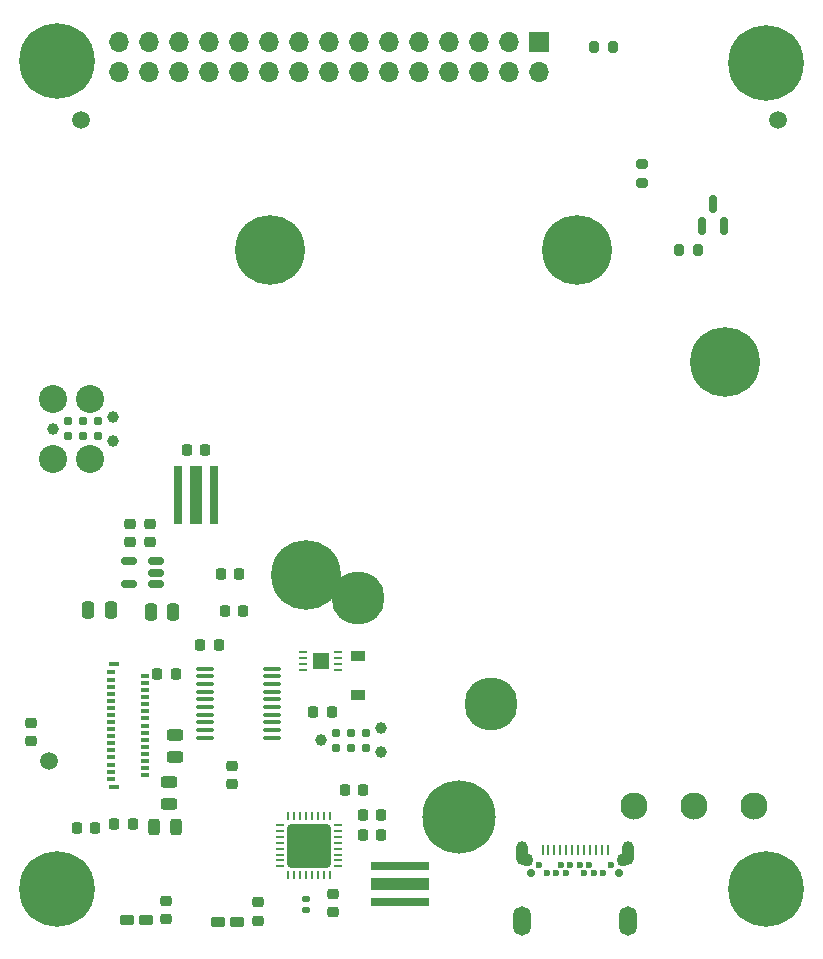
<source format=gbr>
G04 #@! TF.GenerationSoftware,KiCad,Pcbnew,7.0.7*
G04 #@! TF.CreationDate,2023-12-06T21:13:40-05:00*
G04 #@! TF.ProjectId,SARD_Motherboard,53415244-5f4d-46f7-9468-6572626f6172,rev?*
G04 #@! TF.SameCoordinates,Original*
G04 #@! TF.FileFunction,Soldermask,Top*
G04 #@! TF.FilePolarity,Negative*
%FSLAX46Y46*%
G04 Gerber Fmt 4.6, Leading zero omitted, Abs format (unit mm)*
G04 Created by KiCad (PCBNEW 7.0.7) date 2023-12-06 21:13:40*
%MOMM*%
%LPD*%
G01*
G04 APERTURE LIST*
G04 Aperture macros list*
%AMRoundRect*
0 Rectangle with rounded corners*
0 $1 Rounding radius*
0 $2 $3 $4 $5 $6 $7 $8 $9 X,Y pos of 4 corners*
0 Add a 4 corners polygon primitive as box body*
4,1,4,$2,$3,$4,$5,$6,$7,$8,$9,$2,$3,0*
0 Add four circle primitives for the rounded corners*
1,1,$1+$1,$2,$3*
1,1,$1+$1,$4,$5*
1,1,$1+$1,$6,$7*
1,1,$1+$1,$8,$9*
0 Add four rect primitives between the rounded corners*
20,1,$1+$1,$2,$3,$4,$5,0*
20,1,$1+$1,$4,$5,$6,$7,0*
20,1,$1+$1,$6,$7,$8,$9,0*
20,1,$1+$1,$8,$9,$2,$3,0*%
G04 Aperture macros list end*
%ADD10C,2.300000*%
%ADD11RoundRect,0.218750X-0.218750X-0.256250X0.218750X-0.256250X0.218750X0.256250X-0.218750X0.256250X0*%
%ADD12C,1.500000*%
%ADD13RoundRect,0.218750X0.256250X-0.218750X0.256250X0.218750X-0.256250X0.218750X-0.256250X-0.218750X0*%
%ADD14RoundRect,0.212500X-0.400000X-0.212500X0.400000X-0.212500X0.400000X0.212500X-0.400000X0.212500X0*%
%ADD15R,1.360000X1.460000*%
%ADD16R,0.750000X0.280000*%
%ADD17R,1.200000X0.900000*%
%ADD18C,0.700000*%
%ADD19R,0.280000X0.890000*%
%ADD20C,0.600000*%
%ADD21O,1.000000X2.000000*%
%ADD22O,1.500000X2.500000*%
%ADD23C,1.100000*%
%ADD24RoundRect,0.218750X-0.256250X0.218750X-0.256250X-0.218750X0.256250X-0.218750X0.256250X0.218750X0*%
%ADD25RoundRect,0.218750X0.218750X0.256250X-0.218750X0.256250X-0.218750X-0.256250X0.218750X-0.256250X0*%
%ADD26R,0.700000X5.000000*%
%ADD27R,1.000000X5.000000*%
%ADD28C,2.375000*%
%ADD29C,0.991000*%
%ADD30C,0.787000*%
%ADD31RoundRect,0.243750X-0.456250X0.243750X-0.456250X-0.243750X0.456250X-0.243750X0.456250X0.243750X0*%
%ADD32RoundRect,0.243750X-0.243750X-0.456250X0.243750X-0.456250X0.243750X0.456250X-0.243750X0.456250X0*%
%ADD33R,0.950000X0.400000*%
%ADD34R,0.800000X0.300000*%
%ADD35R,0.650000X0.300000*%
%ADD36RoundRect,0.147500X-0.172500X0.147500X-0.172500X-0.147500X0.172500X-0.147500X0.172500X0.147500X0*%
%ADD37RoundRect,0.225000X-0.250000X0.225000X-0.250000X-0.225000X0.250000X-0.225000X0.250000X0.225000X0*%
%ADD38RoundRect,0.225000X-0.225000X-0.250000X0.225000X-0.250000X0.225000X0.250000X-0.225000X0.250000X0*%
%ADD39R,5.000000X0.700000*%
%ADD40R,5.000000X1.000000*%
%ADD41RoundRect,0.062500X0.312500X0.062500X-0.312500X0.062500X-0.312500X-0.062500X0.312500X-0.062500X0*%
%ADD42RoundRect,0.062500X0.062500X0.312500X-0.062500X0.312500X-0.062500X-0.312500X0.062500X-0.312500X0*%
%ADD43RoundRect,0.249999X1.575001X1.575001X-1.575001X1.575001X-1.575001X-1.575001X1.575001X-1.575001X0*%
%ADD44RoundRect,0.250000X-0.250000X-0.475000X0.250000X-0.475000X0.250000X0.475000X-0.250000X0.475000X0*%
%ADD45RoundRect,0.250000X0.250000X0.475000X-0.250000X0.475000X-0.250000X-0.475000X0.250000X-0.475000X0*%
%ADD46RoundRect,0.150000X0.512500X0.150000X-0.512500X0.150000X-0.512500X-0.150000X0.512500X-0.150000X0*%
%ADD47RoundRect,0.100000X0.637500X0.100000X-0.637500X0.100000X-0.637500X-0.100000X0.637500X-0.100000X0*%
%ADD48RoundRect,0.200000X-0.275000X0.200000X-0.275000X-0.200000X0.275000X-0.200000X0.275000X0.200000X0*%
%ADD49C,6.400000*%
%ADD50C,6.200000*%
%ADD51RoundRect,0.200000X-0.200000X-0.275000X0.200000X-0.275000X0.200000X0.275000X-0.200000X0.275000X0*%
%ADD52RoundRect,0.150000X0.150000X-0.587500X0.150000X0.587500X-0.150000X0.587500X-0.150000X-0.587500X0*%
%ADD53RoundRect,0.225000X0.225000X0.250000X-0.225000X0.250000X-0.225000X-0.250000X0.225000X-0.250000X0*%
%ADD54R,1.700000X1.700000*%
%ADD55O,1.700000X1.700000*%
%ADD56RoundRect,0.200000X0.200000X0.275000X-0.200000X0.275000X-0.200000X-0.275000X0.200000X-0.275000X0*%
%ADD57C,5.900000*%
%ADD58C,4.500000*%
G04 APERTURE END LIST*
D10*
X178930000Y-133100000D03*
X173850000Y-133100000D03*
X168770000Y-133100000D03*
D11*
X133812500Y-113400000D03*
X135387500Y-113400000D03*
D12*
X122000000Y-75000000D03*
D13*
X134750000Y-131237500D03*
X134750000Y-129662500D03*
D14*
X133587500Y-142900000D03*
X135212500Y-142900000D03*
D15*
X142260000Y-120800000D03*
D16*
X140760000Y-120050000D03*
X140760000Y-120550000D03*
X140760000Y-121050000D03*
X140760000Y-121550000D03*
X143760000Y-121550000D03*
X143760000Y-121050000D03*
X143760000Y-120550000D03*
X143760000Y-120050000D03*
D17*
X145450000Y-123650000D03*
X145450000Y-120350000D03*
D18*
X160075000Y-138730000D03*
X167525000Y-138730000D03*
D19*
X161050000Y-136825000D03*
X161550000Y-136825000D03*
X162050000Y-136825000D03*
X162550000Y-136825000D03*
X163050000Y-136825000D03*
X163550000Y-136825000D03*
X164050000Y-136825000D03*
X164550000Y-136825000D03*
X165050000Y-136825000D03*
X165550000Y-136825000D03*
X166050000Y-136825000D03*
X166550000Y-136825000D03*
D20*
X166850000Y-138030000D03*
X166200000Y-138730000D03*
X165400000Y-138730000D03*
X165000000Y-138030000D03*
X164600000Y-138730000D03*
X164200000Y-138030000D03*
X163400000Y-138030000D03*
X163000000Y-138730000D03*
X162600000Y-138030000D03*
X162200000Y-138730000D03*
X161400000Y-138730000D03*
X160750000Y-138030000D03*
D21*
X159300000Y-137080000D03*
D22*
X159300000Y-142830000D03*
D23*
X159750000Y-137630000D03*
X167850000Y-137630000D03*
D21*
X168300000Y-137080000D03*
D22*
X168300000Y-142830000D03*
D11*
X134152500Y-116540000D03*
X135727500Y-116540000D03*
D24*
X129200000Y-141062500D03*
X129200000Y-142637500D03*
X137000000Y-141212500D03*
X137000000Y-142787500D03*
D25*
X132487500Y-102950000D03*
X130912500Y-102950000D03*
D14*
X125883854Y-142700000D03*
X127508854Y-142700000D03*
D26*
X130200000Y-106700000D03*
D27*
X131700000Y-106700000D03*
D26*
X133200000Y-106700000D03*
D12*
X181000000Y-75000000D03*
D28*
X119600000Y-98560000D03*
D29*
X119600000Y-101100000D03*
D28*
X119600000Y-103640000D03*
X122775000Y-98560000D03*
X122775000Y-103640000D03*
D29*
X124680000Y-100084000D03*
X124680000Y-102116000D03*
D30*
X120870000Y-101735000D03*
X120870000Y-100465000D03*
X122140000Y-101735000D03*
X122140000Y-100465000D03*
X123410000Y-101735000D03*
X123410000Y-100465000D03*
D12*
X119250000Y-129250000D03*
D31*
X129900000Y-127062500D03*
X129900000Y-128937500D03*
X129400000Y-131000000D03*
X129400000Y-132875000D03*
D32*
X128162500Y-134850000D03*
X130037500Y-134850000D03*
D33*
X124762500Y-131450000D03*
X124762500Y-121050000D03*
D34*
X124487500Y-130750000D03*
D35*
X127362500Y-130450000D03*
D34*
X124487500Y-130150000D03*
D35*
X127362500Y-129850000D03*
D34*
X124487500Y-129550000D03*
D35*
X127362500Y-129250000D03*
D34*
X124487500Y-128950000D03*
D35*
X127362500Y-128650000D03*
D34*
X124487500Y-128350000D03*
D35*
X127362500Y-128050000D03*
D34*
X124487500Y-127750000D03*
D35*
X127362500Y-127450000D03*
D34*
X124487500Y-127150000D03*
D35*
X127362500Y-126850000D03*
D34*
X124487500Y-126550000D03*
D35*
X127362500Y-126250000D03*
D34*
X124487500Y-125950000D03*
D35*
X127362500Y-125650000D03*
D34*
X124487500Y-125350000D03*
D35*
X127362500Y-125050000D03*
D34*
X124487500Y-124750000D03*
D35*
X127362500Y-124450000D03*
D34*
X124487500Y-124150000D03*
D35*
X127362500Y-123850000D03*
D34*
X124487500Y-123550000D03*
D35*
X127362500Y-123250000D03*
D34*
X124487500Y-122950000D03*
D35*
X127362500Y-122650000D03*
D34*
X124487500Y-122350000D03*
D35*
X127362500Y-122050000D03*
D34*
X124487500Y-121750000D03*
D11*
X124762500Y-134550000D03*
X126337500Y-134550000D03*
D25*
X123187500Y-134900000D03*
X121612500Y-134900000D03*
D36*
X141000000Y-140915000D03*
X141000000Y-141885000D03*
D37*
X143350000Y-140525000D03*
X143350000Y-142075000D03*
D38*
X145825000Y-133800000D03*
X147375000Y-133800000D03*
X145825000Y-135500000D03*
X147375000Y-135500000D03*
D29*
X142332000Y-127508000D03*
X147412000Y-126492000D03*
X147412000Y-128524000D03*
D30*
X143602000Y-128143000D03*
X143602000Y-126873000D03*
X144872000Y-128143000D03*
X144872000Y-126873000D03*
X146142000Y-128143000D03*
X146142000Y-126873000D03*
D11*
X144312500Y-131700000D03*
X145887500Y-131700000D03*
D39*
X149000000Y-141150000D03*
D40*
X149000000Y-139650000D03*
D39*
X149000000Y-138150000D03*
D41*
X143755000Y-138170000D03*
X143755000Y-137670000D03*
X143755000Y-137170000D03*
X143755000Y-136670000D03*
X143755000Y-136170000D03*
X143755000Y-135670000D03*
X143755000Y-135170000D03*
X143755000Y-134670000D03*
D42*
X143030000Y-133945000D03*
X142530000Y-133945000D03*
X142030000Y-133945000D03*
X141530000Y-133945000D03*
X141030000Y-133945000D03*
X140530000Y-133945000D03*
X140030000Y-133945000D03*
X139530000Y-133945000D03*
D41*
X138805000Y-134670000D03*
X138805000Y-135170000D03*
X138805000Y-135670000D03*
X138805000Y-136170000D03*
X138805000Y-136670000D03*
X138805000Y-137170000D03*
X138805000Y-137670000D03*
X138805000Y-138170000D03*
D42*
X139530000Y-138895000D03*
X140030000Y-138895000D03*
X140530000Y-138895000D03*
X141030000Y-138895000D03*
X141530000Y-138895000D03*
X142030000Y-138895000D03*
X142530000Y-138895000D03*
X143030000Y-138895000D03*
D43*
X141280000Y-136420000D03*
D11*
X132062500Y-119450000D03*
X133637500Y-119450000D03*
D24*
X127850000Y-109162500D03*
X127850000Y-110737500D03*
D44*
X127900000Y-116600000D03*
X129800000Y-116600000D03*
D45*
X124500000Y-116500000D03*
X122600000Y-116500000D03*
D24*
X126100000Y-109162500D03*
X126100000Y-110737500D03*
D46*
X128337500Y-114250000D03*
X128337500Y-113300000D03*
X128337500Y-112350000D03*
X126062500Y-112350000D03*
X126062500Y-114250000D03*
D24*
X117750000Y-126012500D03*
X117750000Y-127587500D03*
D47*
X138172500Y-127285000D03*
X138172500Y-126635000D03*
X138172500Y-125985000D03*
X138172500Y-125335000D03*
X138172500Y-124685000D03*
X138172500Y-124035000D03*
X138172500Y-123385000D03*
X138172500Y-122735000D03*
X138172500Y-122085000D03*
X138172500Y-121435000D03*
X132447500Y-121435000D03*
X132447500Y-122085000D03*
X132447500Y-122735000D03*
X132447500Y-123385000D03*
X132447500Y-124035000D03*
X132447500Y-124685000D03*
X132447500Y-125335000D03*
X132447500Y-125985000D03*
X132447500Y-126635000D03*
X132447500Y-127285000D03*
D48*
X169485000Y-78680000D03*
X169485000Y-80330000D03*
D49*
X119975000Y-69975000D03*
D50*
X154000000Y-134000000D03*
D51*
X165380000Y-68825000D03*
X167030000Y-68825000D03*
D52*
X174525000Y-83982500D03*
X176425000Y-83982500D03*
X175475000Y-82107500D03*
D38*
X141645000Y-125100000D03*
X143195000Y-125100000D03*
D49*
X119975000Y-140075000D03*
D53*
X129975000Y-121900000D03*
X128425000Y-121900000D03*
D49*
X179975000Y-140125000D03*
D54*
X160775000Y-68375000D03*
D55*
X160775000Y-70915000D03*
X158235000Y-68375000D03*
X158235000Y-70915000D03*
X155695000Y-68375000D03*
X155695000Y-70915000D03*
X153155000Y-68375000D03*
X153155000Y-70915000D03*
X150615000Y-68375000D03*
X150615000Y-70915000D03*
X148075000Y-68375000D03*
X148075000Y-70915000D03*
X145535000Y-68375000D03*
X145535000Y-70915000D03*
X142995000Y-68375000D03*
X142995000Y-70915000D03*
X140455000Y-68375000D03*
X140455000Y-70915000D03*
X137915000Y-68375000D03*
X137915000Y-70915000D03*
X135375000Y-68375000D03*
X135375000Y-70915000D03*
X132835000Y-68375000D03*
X132835000Y-70915000D03*
X130295000Y-68375000D03*
X130295000Y-70915000D03*
X127755000Y-68375000D03*
X127755000Y-70915000D03*
X125215000Y-68375000D03*
X125215000Y-70915000D03*
D56*
X174220000Y-85995000D03*
X172570000Y-85995000D03*
D49*
X179975000Y-70175000D03*
D57*
X176500000Y-95500000D03*
X164000000Y-86000000D03*
X141000000Y-113500000D03*
X138000000Y-86000000D03*
D58*
X156700000Y-124450000D03*
X156700000Y-124450000D03*
X145400000Y-115450000D03*
X145400000Y-115450000D03*
M02*

</source>
